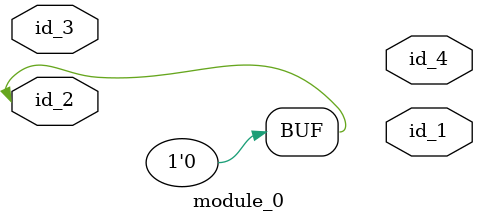
<source format=v>
`timescale 1ps / 1ps
module module_0 (
    id_1,
    id_2,
    id_3,
    id_4
);
  output id_4;
  inout id_3;
  inout id_2;
  output id_1;
  assign id_2 = 1'b0;
endmodule

</source>
